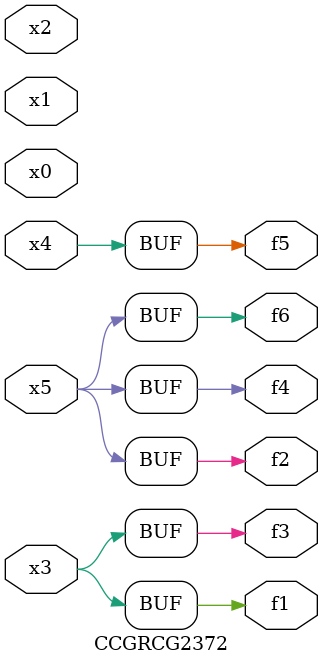
<source format=v>
module CCGRCG2372(
	input x0, x1, x2, x3, x4, x5,
	output f1, f2, f3, f4, f5, f6
);
	assign f1 = x3;
	assign f2 = x5;
	assign f3 = x3;
	assign f4 = x5;
	assign f5 = x4;
	assign f6 = x5;
endmodule

</source>
